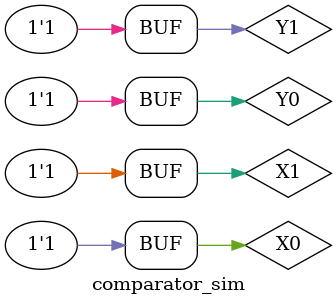
<source format=v>
`timescale 1ns / 1ps


module comparator_sim(

    );
    
    //Inputs
    reg X1;
    reg X0;
    reg Y1;
    reg Y0;
    
    //Outputs
    wire EQ;
    wire LT;
    wire GT;
    
    //Instantiate Inputs
    comparator UUT(
    .X1(X1),
    .X0(X0),
    .Y1(Y1),
    .Y0(Y0),
    .EQ(EQ),
    .GT(GT),
    .LT(LT)
    );
    
    //Initialize Inputs 
    initial begin
    X1 = 0;
    X0 = 0;
    Y1 = 0;
    Y0 = 0;
    #20;
    X1 = 0;
    X0 = 0;
    Y1 = 0;
    Y0 = 1;
    #20;
    X1 = 0;
    X0 = 0;
    Y1 = 1;
    Y0 = 0;
    #20   
    X1 = 0;
    X0 = 0;
    Y1 = 1;
    Y0 = 1;
    #20   
    X1 = 0;
    X0 = 1;
    Y1 = 0;
    Y0 = 0;
    #20   
    X1 = 0;
    X0 = 1;
    Y1 = 0;
    Y0 = 1;
    #20   
    X1 = 0;
    X0 = 1;
    Y1 = 1;
    Y0 = 0;
    #20   
    X1 = 0;
    X0 = 1;
    Y1 = 1;
    Y0 = 1;
    #20   
    X1 = 1;
    X0 = 0;
    Y1 = 0;
    Y0 = 0;
    #20   
    X1 = 1;
    X0 = 0;
    Y1 = 0;
    Y0 = 1;
    #20
    X1 = 1;
    X0 = 0;
    Y1 = 1;
    Y0 = 0;
    #20  
    X1 = 1;
    X0 = 0;
    Y1 = 1;
    Y0 = 1;
    #20  
    X1 = 1;
    X0 = 1;
    Y1 = 0;
    Y0 = 0;
    #20
    X1 = 1;
    X0 = 1;
    Y1 = 0;
    Y0 = 1;
    #20
    X1 = 1;
    X0 = 1;
    Y1 = 1;
    Y0 = 0;
    #20    
    X1 = 1;
    X0 = 1;
    Y1 = 1;
    Y0 = 1;          
    end
    
endmodule

</source>
